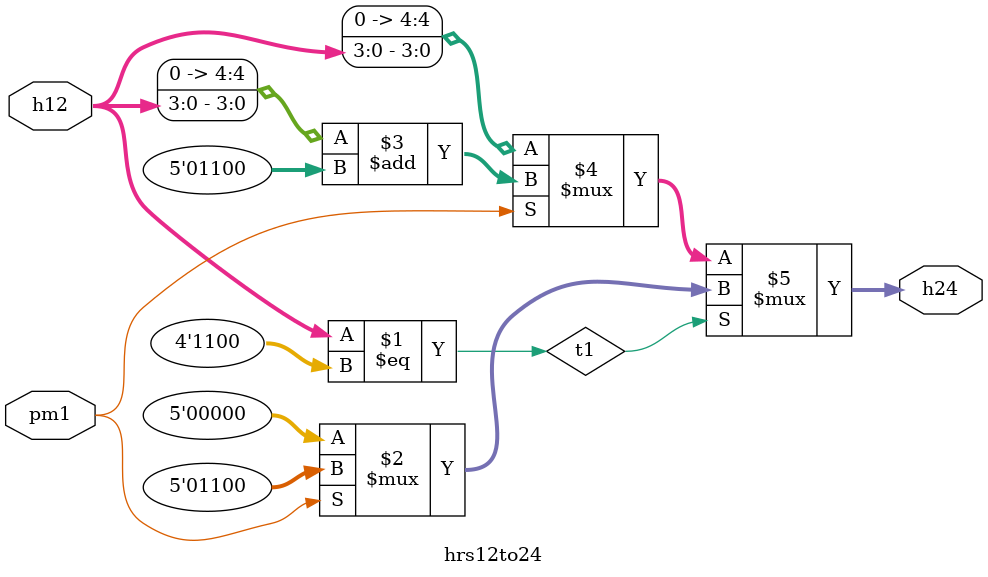
<source format=v>
/* Developed Modules
1. HoursComp12
2. Hours12to24
*/


module hrsComp24(input[4:0]h1,input [5:0]m1,s1,input[4:0]h2,input [5:0]m2,s2,output wire gt,eq,lt);
  
  wire [16:0]t1,t2;
  assign t1 = {h1,m1,s1};
  assign t2 = {h2,m2,s2};
  assign gt = t1>t2;
  assign eq = t1==t2;
  assign lt = t1<t2;
  
endmodule

module hrs12to24(input [3:0]h12,input pm1,output [4:0]h24);
  
  assign t1 = h12 == 12;
  assign h24 = t1?(pm1?5'd12:5'd0):pm1?{1'b0,h12}+5'd12:{1'b0,h12};
  
endmodule

</source>
